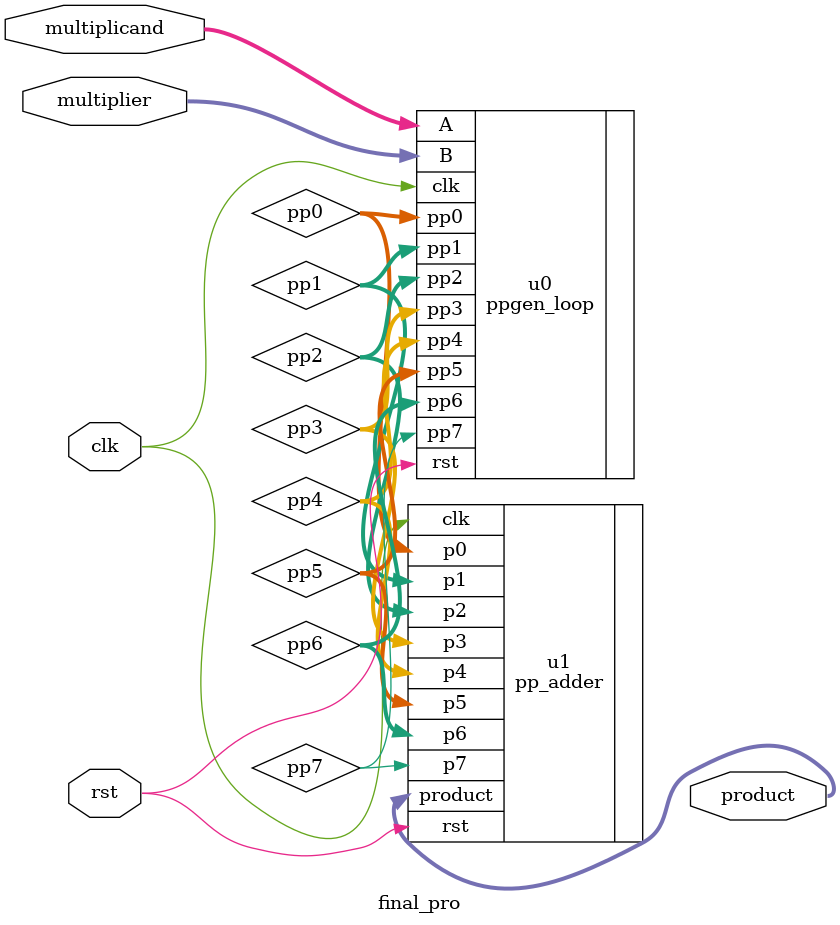
<source format=v>

module final_pro ( 
               input clk,rst,
               input  [7:0] multiplicand, multiplier,
               output [15:0] product 
             );
      
  
  wire [14:0] pp0; 
  wire [12:0] pp1;
  wire [10:0] pp2; 
  wire [8:0]  pp3;
  wire [6:0]  pp4;
  wire [4:0]  pp5;
  wire [2:0]  pp6;
  wire        pp7;
  
  ppgen_loop u0 (  
              .clk         ( clk          ),
              .rst         ( rst          ),       ///  partial product generator ////
              .A           ( multiplicand ), 
              .B           ( multiplier   ),
              .pp0         ( pp0          ) ,
              .pp1         ( pp1          ) ,
              .pp2         ( pp2          ) ,
              .pp3         ( pp3          ) ,
              .pp4         ( pp4          ) ,
              .pp5         ( pp5          ) ,
              .pp6         ( pp6          ) ,
              .pp7         ( pp7          ) 
          
           ); 
   
   pp_adder u1 (    .clk ( clk ),
                    .rst ( rst ),                      /////  compressed adder part //////
                    .p0 ( pp0 ) ,
                    .p1 ( pp1 ) ,
                    .p2 ( pp2 ) ,
                    .p3 ( pp3 ) ,
                    .p4 ( pp4 ) ,
                    .p5 ( pp5 ) ,
                    .p6 ( pp6 ) ,
                    .p7 ( pp7 ) ,
                    
                    .product (product)
                 );
endmodule

</source>
